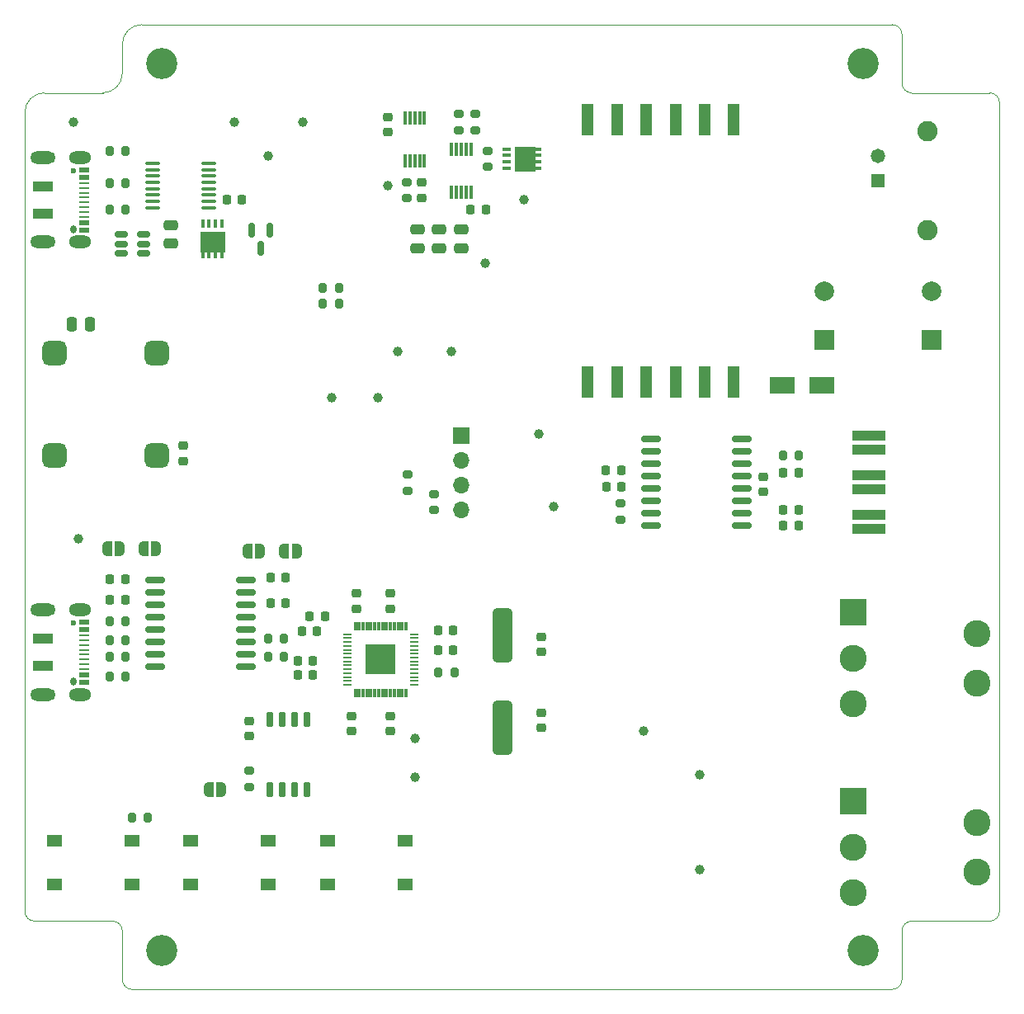
<source format=gbr>
%TF.GenerationSoftware,KiCad,Pcbnew,(6.0.4)*%
%TF.CreationDate,2023-03-28T21:24:44-04:00*%
%TF.ProjectId,PD_HV,50445f48-562e-46b6-9963-61645f706362,rev?*%
%TF.SameCoordinates,Original*%
%TF.FileFunction,Soldermask,Top*%
%TF.FilePolarity,Negative*%
%FSLAX46Y46*%
G04 Gerber Fmt 4.6, Leading zero omitted, Abs format (unit mm)*
G04 Created by KiCad (PCBNEW (6.0.4)) date 2023-03-28 21:24:44*
%MOMM*%
%LPD*%
G01*
G04 APERTURE LIST*
G04 Aperture macros list*
%AMRoundRect*
0 Rectangle with rounded corners*
0 $1 Rounding radius*
0 $2 $3 $4 $5 $6 $7 $8 $9 X,Y pos of 4 corners*
0 Add a 4 corners polygon primitive as box body*
4,1,4,$2,$3,$4,$5,$6,$7,$8,$9,$2,$3,0*
0 Add four circle primitives for the rounded corners*
1,1,$1+$1,$2,$3*
1,1,$1+$1,$4,$5*
1,1,$1+$1,$6,$7*
1,1,$1+$1,$8,$9*
0 Add four rect primitives between the rounded corners*
20,1,$1+$1,$2,$3,$4,$5,0*
20,1,$1+$1,$4,$5,$6,$7,0*
20,1,$1+$1,$6,$7,$8,$9,0*
20,1,$1+$1,$8,$9,$2,$3,0*%
%AMFreePoly0*
4,1,22,0.500000,-0.750000,0.000000,-0.750000,0.000000,-0.745033,-0.079941,-0.743568,-0.215256,-0.701293,-0.333266,-0.622738,-0.424486,-0.514219,-0.481581,-0.384460,-0.499164,-0.250000,-0.500000,-0.250000,-0.500000,0.250000,-0.499164,0.250000,-0.499963,0.256109,-0.478152,0.396186,-0.417904,0.524511,-0.324060,0.630769,-0.204165,0.706417,-0.067858,0.745374,0.000000,0.744959,0.000000,0.750000,
0.500000,0.750000,0.500000,-0.750000,0.500000,-0.750000,$1*%
%AMFreePoly1*
4,1,20,0.000000,0.744959,0.073905,0.744508,0.209726,0.703889,0.328688,0.626782,0.421226,0.519385,0.479903,0.390333,0.500000,0.250000,0.500000,-0.250000,0.499851,-0.262216,0.476331,-0.402017,0.414519,-0.529596,0.319384,-0.634700,0.198574,-0.708877,0.061801,-0.746166,0.000000,-0.745033,0.000000,-0.750000,-0.500000,-0.750000,-0.500000,0.750000,0.000000,0.750000,0.000000,0.744959,
0.000000,0.744959,$1*%
G04 Aperture macros list end*
%TA.AperFunction,Profile*%
%ADD10C,0.100000*%
%TD*%
%ADD11C,0.100000*%
%ADD12RoundRect,0.200000X0.275000X-0.200000X0.275000X0.200000X-0.275000X0.200000X-0.275000X-0.200000X0*%
%ADD13C,1.000000*%
%ADD14R,1.700000X1.700000*%
%ADD15O,1.700000X1.700000*%
%ADD16RoundRect,0.200000X-0.275000X0.200000X-0.275000X-0.200000X0.275000X-0.200000X0.275000X0.200000X0*%
%ADD17RoundRect,0.225000X0.225000X0.250000X-0.225000X0.250000X-0.225000X-0.250000X0.225000X-0.250000X0*%
%ADD18R,3.420000X1.060000*%
%ADD19RoundRect,0.225000X-0.250000X0.225000X-0.250000X-0.225000X0.250000X-0.225000X0.250000X0.225000X0*%
%ADD20RoundRect,0.200000X-0.200000X-0.275000X0.200000X-0.275000X0.200000X0.275000X-0.200000X0.275000X0*%
%ADD21RoundRect,0.150000X-0.150000X0.587500X-0.150000X-0.587500X0.150000X-0.587500X0.150000X0.587500X0*%
%ADD22RoundRect,0.150000X0.150000X-0.650000X0.150000X0.650000X-0.150000X0.650000X-0.150000X-0.650000X0*%
%ADD23RoundRect,0.200000X0.200000X0.275000X-0.200000X0.275000X-0.200000X-0.275000X0.200000X-0.275000X0*%
%ADD24RoundRect,0.225000X0.250000X-0.225000X0.250000X0.225000X-0.250000X0.225000X-0.250000X-0.225000X0*%
%ADD25FreePoly0,0.000000*%
%ADD26FreePoly1,0.000000*%
%ADD27R,0.812800X0.304800*%
%ADD28RoundRect,0.150000X-0.875000X-0.150000X0.875000X-0.150000X0.875000X0.150000X-0.875000X0.150000X0*%
%ADD29R,1.550000X1.300000*%
%ADD30RoundRect,0.225000X-0.225000X-0.250000X0.225000X-0.250000X0.225000X0.250000X-0.225000X0.250000X0*%
%ADD31C,3.200000*%
%ADD32RoundRect,0.250000X-0.475000X0.250000X-0.475000X-0.250000X0.475000X-0.250000X0.475000X0.250000X0*%
%ADD33R,2.000000X2.000000*%
%ADD34C,2.000000*%
%ADD35RoundRect,0.006000X0.094000X-0.414000X0.094000X0.414000X-0.094000X0.414000X-0.094000X-0.414000X0*%
%ADD36RoundRect,0.020000X0.400000X-0.080000X0.400000X0.080000X-0.400000X0.080000X-0.400000X-0.080000X0*%
%ADD37R,3.100000X3.100000*%
%ADD38RoundRect,0.150000X-0.512500X-0.150000X0.512500X-0.150000X0.512500X0.150000X-0.512500X0.150000X0*%
%ADD39R,0.300000X1.400000*%
%ADD40RoundRect,0.150000X0.875000X0.150000X-0.875000X0.150000X-0.875000X-0.150000X0.875000X-0.150000X0*%
%ADD41R,2.775000X2.775000*%
%ADD42C,2.775000*%
%ADD43RoundRect,0.250000X-0.250000X-0.475000X0.250000X-0.475000X0.250000X0.475000X-0.250000X0.475000X0*%
%ADD44C,2.090000*%
%ADD45R,1.478000X1.478000*%
%ADD46C,1.478000*%
%ADD47R,0.304800X0.812800*%
%ADD48R,1.270000X3.300000*%
%ADD49R,2.000000X1.000000*%
%ADD50O,0.600000X0.850000*%
%ADD51C,0.600000*%
%ADD52R,1.000000X0.520000*%
%ADD53R,1.000000X0.270000*%
%ADD54O,2.600000X1.300000*%
%ADD55O,2.300000X1.300000*%
%ADD56R,2.500000X1.800000*%
%ADD57RoundRect,0.625000X-0.625000X-0.625000X0.625000X-0.625000X0.625000X0.625000X-0.625000X0.625000X0*%
%ADD58RoundRect,0.100000X0.637500X0.100000X-0.637500X0.100000X-0.637500X-0.100000X0.637500X-0.100000X0*%
%ADD59RoundRect,0.525000X0.525000X-2.275000X0.525000X2.275000X-0.525000X2.275000X-0.525000X-2.275000X0*%
G04 APERTURE END LIST*
D10*
X75000000Y-129000000D02*
X83000000Y-129000000D01*
X84000000Y-135000000D02*
G75*
G03*
X85000000Y-136000000I1000000J0D01*
G01*
X165000000Y-129000000D02*
G75*
G03*
X164000000Y-130000000I0J-1000000D01*
G01*
X164000000Y-43000000D02*
X164000000Y-38000000D01*
X76000000Y-44000000D02*
G75*
G03*
X74000000Y-46000000I0J-2000000D01*
G01*
X164000000Y-135000000D02*
X164000000Y-130000000D01*
X82000000Y-44000000D02*
G75*
G03*
X84000000Y-42000000I0J2000000D01*
G01*
X84000000Y-130000000D02*
G75*
G03*
X83000000Y-129000000I-1000000J0D01*
G01*
X164000000Y-43000000D02*
G75*
G03*
X165000000Y-44000000I1000000J0D01*
G01*
X163000000Y-37000000D02*
X86000000Y-37000000D01*
X84000000Y-130000000D02*
X84000000Y-135000000D01*
X173000000Y-44000000D02*
X165000000Y-44000000D01*
X86000000Y-37000000D02*
G75*
G03*
X84000000Y-39000000I0J-2000000D01*
G01*
X163000000Y-136000000D02*
G75*
G03*
X164000000Y-135000000I0J1000000D01*
G01*
X173000000Y-129000000D02*
G75*
G03*
X174000000Y-128000000I0J1000000D01*
G01*
X174000000Y-128000000D02*
X174000000Y-45000000D01*
X84000000Y-39000000D02*
X84000000Y-42000000D01*
X85000000Y-136000000D02*
X163000000Y-136000000D01*
X82000000Y-44000000D02*
X76000000Y-44000000D01*
X74000000Y-128000000D02*
G75*
G03*
X75000000Y-129000000I1000000J0D01*
G01*
X174000000Y-45000000D02*
G75*
G03*
X173000000Y-44000000I-1000000J0D01*
G01*
X74000000Y-46000000D02*
X74000000Y-128000000D01*
X165000000Y-129000000D02*
X173000000Y-129000000D01*
X164000000Y-38000000D02*
G75*
G03*
X163000000Y-37000000I-1000000J0D01*
G01*
%TO.C,Q1*%
G36*
X126320800Y-51969200D02*
G01*
X124263400Y-51969200D01*
X124263400Y-49530800D01*
X126320800Y-49530800D01*
X126320800Y-51969200D01*
G37*
D11*
X126320800Y-51969200D02*
X124263400Y-51969200D01*
X124263400Y-49530800D01*
X126320800Y-49530800D01*
X126320800Y-51969200D01*
%TO.C,Q2*%
G36*
X94444200Y-60320800D02*
G01*
X92005800Y-60320800D01*
X92005800Y-58263400D01*
X94444200Y-58263400D01*
X94444200Y-60320800D01*
G37*
X94444200Y-60320800D02*
X92005800Y-60320800D01*
X92005800Y-58263400D01*
X94444200Y-58263400D01*
X94444200Y-60320800D01*
%TD*%
D12*
%TO.C,R25*%
X113250000Y-84825000D03*
X113250000Y-83175000D03*
%TD*%
%TO.C,R24*%
X116000000Y-86825000D03*
X116000000Y-85175000D03*
%TD*%
D13*
%TO.C,TP_VTRANS1*%
X121250000Y-61500000D03*
%TD*%
%TO.C,TP_VBUS_USB1*%
X79500000Y-89750000D03*
%TD*%
%TO.C,TP_VBUS1*%
X79000000Y-47000000D03*
%TD*%
%TO.C,TP_SDA1*%
X117750000Y-70500000D03*
%TD*%
%TO.C,TP_SCL1*%
X112250000Y-70500000D03*
%TD*%
%TO.C,TP_RBG1*%
X111250000Y-53500000D03*
%TD*%
%TO.C,TP_ONOFF1*%
X143250000Y-123750000D03*
%TD*%
%TO.C,TP_nDONE1*%
X110250000Y-75250000D03*
%TD*%
%TO.C,TP_MOSD1*%
X125250000Y-55000000D03*
%TD*%
%TO.C,TP_INC1*%
X143250000Y-114000000D03*
%TD*%
%TO.C,TP_GND2*%
X99000000Y-50500000D03*
%TD*%
%TO.C,TP_GND1*%
X114000000Y-114250000D03*
%TD*%
%TO.C,TP_DOUT1*%
X126750000Y-79000000D03*
%TD*%
%TO.C,TP_DIAG1*%
X128250000Y-86500000D03*
%TD*%
%TO.C,TP_DEC1*%
X137500000Y-109500000D03*
%TD*%
%TO.C,TP_CHARGE1*%
X105500000Y-75250000D03*
%TD*%
%TO.C,TP_20VPD1*%
X95500000Y-47000000D03*
%TD*%
%TO.C,TP_3V3_MIC1*%
X114000000Y-110250000D03*
%TD*%
%TO.C,TP_3V3*%
X102500000Y-47000000D03*
%TD*%
D14*
%TO.C,J4*%
X118750000Y-79200000D03*
D15*
X118750000Y-81740000D03*
X118750000Y-84280000D03*
X118750000Y-86820000D03*
%TD*%
D16*
%TO.C,R12*%
X113150000Y-53175000D03*
X113150000Y-54825000D03*
%TD*%
D17*
%TO.C,C30*%
X84275000Y-93900000D03*
X82725000Y-93900000D03*
%TD*%
D18*
%TO.C,R22*%
X160600000Y-84668000D03*
X160600000Y-83212000D03*
%TD*%
D17*
%TO.C,C22*%
X103525000Y-103750000D03*
X101975000Y-103750000D03*
%TD*%
D19*
%TO.C,C12*%
X107500000Y-107975000D03*
X107500000Y-109525000D03*
%TD*%
D20*
%TO.C,R20*%
X151775000Y-81200000D03*
X153425000Y-81200000D03*
%TD*%
D21*
%TO.C,Q3*%
X99175000Y-58062500D03*
X97275000Y-58062500D03*
X98225000Y-59937500D03*
%TD*%
D17*
%TO.C,C18*%
X104775000Y-97750000D03*
X103225000Y-97750000D03*
%TD*%
D20*
%TO.C,R17*%
X84975000Y-118400000D03*
X86625000Y-118400000D03*
%TD*%
%TO.C,R4*%
X82675000Y-100215000D03*
X84325000Y-100215000D03*
%TD*%
D22*
%TO.C,U6*%
X99095000Y-115500000D03*
X100365000Y-115500000D03*
X101635000Y-115500000D03*
X102905000Y-115500000D03*
X102905000Y-108300000D03*
X101635000Y-108300000D03*
X100365000Y-108300000D03*
X99095000Y-108300000D03*
%TD*%
D23*
%TO.C,R16*%
X118075000Y-103500000D03*
X116425000Y-103500000D03*
%TD*%
D24*
%TO.C,C15*%
X108000000Y-96925000D03*
X108000000Y-95375000D03*
%TD*%
D25*
%TO.C,JP5*%
X92850000Y-115500000D03*
D26*
X94150000Y-115500000D03*
%TD*%
D27*
%TO.C,Q1*%
X123450600Y-49775001D03*
X123450600Y-50424999D03*
X123450600Y-51075001D03*
X123450600Y-51724999D03*
X126549400Y-51724999D03*
X126549400Y-51075001D03*
X126549400Y-50424999D03*
X126549400Y-49775001D03*
%TD*%
D17*
%TO.C,C23*%
X103975000Y-99250000D03*
X102425000Y-99250000D03*
%TD*%
D28*
%TO.C,U1*%
X87350000Y-93955000D03*
X87350000Y-95225000D03*
X87350000Y-96495000D03*
X87350000Y-97765000D03*
X87350000Y-99035000D03*
X87350000Y-100305000D03*
X87350000Y-101575000D03*
X87350000Y-102845000D03*
X96650000Y-102845000D03*
X96650000Y-101575000D03*
X96650000Y-100305000D03*
X96650000Y-99035000D03*
X96650000Y-97765000D03*
X96650000Y-96495000D03*
X96650000Y-95225000D03*
X96650000Y-93955000D03*
%TD*%
D29*
%TO.C,SW2*%
X84980000Y-120750000D03*
X77020000Y-120750000D03*
X77020000Y-125250000D03*
X84980000Y-125250000D03*
%TD*%
D30*
%TO.C,C16*%
X99225000Y-93750000D03*
X100775000Y-93750000D03*
%TD*%
D19*
%TO.C,C19*%
X111500000Y-107975000D03*
X111500000Y-109525000D03*
%TD*%
D31*
%TO.C,H4*%
X88000000Y-132000000D03*
%TD*%
D32*
%TO.C,C3*%
X116500000Y-58050000D03*
X116500000Y-59950000D03*
%TD*%
D33*
%TO.C,C6*%
X156000000Y-69367677D03*
D34*
X156000000Y-64367677D03*
%TD*%
D25*
%TO.C,JP4*%
X96850000Y-91000000D03*
D26*
X98150000Y-91000000D03*
%TD*%
D30*
%TO.C,C1*%
X119725000Y-56000000D03*
X121275000Y-56000000D03*
%TD*%
D19*
%TO.C,C34*%
X111250000Y-46475000D03*
X111250000Y-48025000D03*
%TD*%
D12*
%TO.C,R14*%
X120250000Y-47825000D03*
X120250000Y-46175000D03*
%TD*%
D35*
%TO.C,U5*%
X107900000Y-105585000D03*
X108300000Y-105585000D03*
X108700000Y-105585000D03*
X109100000Y-105585000D03*
X109500000Y-105585000D03*
X109900000Y-105585000D03*
X110300000Y-105585000D03*
X110700000Y-105585000D03*
X111100000Y-105585000D03*
X111500000Y-105585000D03*
X111900000Y-105585000D03*
X112300000Y-105585000D03*
X112700000Y-105585000D03*
X113100000Y-105585000D03*
D36*
X113935000Y-104750000D03*
X113935000Y-104350000D03*
X113935000Y-103950000D03*
X113935000Y-103550000D03*
X113935000Y-103150000D03*
X113935000Y-102750000D03*
X113935000Y-102350000D03*
X113935000Y-101950000D03*
X113935000Y-101550000D03*
X113935000Y-101150000D03*
X113935000Y-100750000D03*
X113935000Y-100350000D03*
X113935000Y-99950000D03*
X113935000Y-99550000D03*
D35*
X113100000Y-98715000D03*
X112700000Y-98715000D03*
X112300000Y-98715000D03*
X111900000Y-98715000D03*
X111500000Y-98715000D03*
X111100000Y-98715000D03*
X110700000Y-98715000D03*
X110300000Y-98715000D03*
X109900000Y-98715000D03*
X109500000Y-98715000D03*
X109100000Y-98715000D03*
X108700000Y-98715000D03*
X108300000Y-98715000D03*
X107900000Y-98715000D03*
D36*
X107065000Y-99550000D03*
X107065000Y-99950000D03*
X107065000Y-100350000D03*
X107065000Y-100750000D03*
X107065000Y-101150000D03*
X107065000Y-101550000D03*
X107065000Y-101950000D03*
X107065000Y-102350000D03*
X107065000Y-102750000D03*
X107065000Y-103150000D03*
X107065000Y-103550000D03*
X107065000Y-103950000D03*
X107065000Y-104350000D03*
X107065000Y-104750000D03*
D37*
X110500000Y-102150000D03*
%TD*%
D20*
%TO.C,R8*%
X82675000Y-53262500D03*
X84325000Y-53262500D03*
%TD*%
D38*
%TO.C,D1*%
X83862500Y-58550000D03*
X83862500Y-59500000D03*
X83862500Y-60450000D03*
X86137500Y-60450000D03*
X86137500Y-59500000D03*
X86137500Y-58550000D03*
%TD*%
D17*
%TO.C,C20*%
X103525000Y-102250000D03*
X101975000Y-102250000D03*
%TD*%
D20*
%TO.C,R2*%
X82675000Y-98250000D03*
X84325000Y-98250000D03*
%TD*%
D39*
%TO.C,U2*%
X117775000Y-54200000D03*
X118275000Y-54200000D03*
X118775000Y-54200000D03*
X119275000Y-54200000D03*
X119775000Y-54200000D03*
X119775000Y-49800000D03*
X119275000Y-49800000D03*
X118775000Y-49800000D03*
X118275000Y-49800000D03*
X117775000Y-49800000D03*
%TD*%
D33*
%TO.C,C35*%
X167000000Y-69367677D03*
D34*
X167000000Y-64367677D03*
%TD*%
D24*
%TO.C,C27*%
X149800000Y-84975000D03*
X149800000Y-83425000D03*
%TD*%
D40*
%TO.C,U7*%
X147550000Y-88395000D03*
X147550000Y-87125000D03*
X147550000Y-85855000D03*
X147550000Y-84585000D03*
X147550000Y-83315000D03*
X147550000Y-82045000D03*
X147550000Y-80775000D03*
X147550000Y-79505000D03*
X138250000Y-79505000D03*
X138250000Y-80775000D03*
X138250000Y-82045000D03*
X138250000Y-83315000D03*
X138250000Y-84585000D03*
X138250000Y-85855000D03*
X138250000Y-87125000D03*
X138250000Y-88395000D03*
%TD*%
D20*
%TO.C,R1*%
X82675000Y-103900000D03*
X84325000Y-103900000D03*
%TD*%
D30*
%TO.C,C21*%
X116365000Y-99150000D03*
X117915000Y-99150000D03*
%TD*%
D41*
%TO.C,SW5*%
X159000000Y-116720000D03*
D42*
X159000000Y-121420000D03*
X159000000Y-126120000D03*
X171700000Y-118880000D03*
X171700000Y-123960000D03*
%TD*%
D30*
%TO.C,C32*%
X151825000Y-86800000D03*
X153375000Y-86800000D03*
%TD*%
D20*
%TO.C,R9*%
X82675000Y-56000000D03*
X84325000Y-56000000D03*
%TD*%
%TO.C,R5*%
X98925000Y-101900000D03*
X100575000Y-101900000D03*
%TD*%
D30*
%TO.C,C31*%
X99225000Y-96400000D03*
X100775000Y-96400000D03*
%TD*%
D43*
%TO.C,C9*%
X78800000Y-67750000D03*
X80700000Y-67750000D03*
%TD*%
D24*
%TO.C,C11*%
X127000000Y-109175000D03*
X127000000Y-107625000D03*
%TD*%
D44*
%TO.C,J3*%
X166600000Y-47920000D03*
X166600000Y-58080000D03*
D45*
X161520000Y-53000000D03*
D46*
X161520000Y-50460000D03*
%TD*%
D20*
%TO.C,R6*%
X98925000Y-100000000D03*
X100575000Y-100000000D03*
%TD*%
D29*
%TO.C,SW3*%
X91020000Y-120750000D03*
X98980000Y-120750000D03*
X91020000Y-125250000D03*
X98980000Y-125250000D03*
%TD*%
D47*
%TO.C,Q2*%
X94199999Y-57450600D03*
X93550001Y-57450600D03*
X92899999Y-57450600D03*
X92250001Y-57450600D03*
X92250001Y-60549400D03*
X92899999Y-60549400D03*
X93550001Y-60549400D03*
X94199999Y-60549400D03*
%TD*%
D48*
%TO.C,L1*%
X146750000Y-46790000D03*
X143750000Y-46790000D03*
X140750000Y-46790000D03*
X137750000Y-46790000D03*
X134750000Y-46790000D03*
X131750000Y-46790000D03*
X131750000Y-73710000D03*
X134750000Y-73710000D03*
X137750000Y-73710000D03*
X140750000Y-73710000D03*
X143750000Y-73710000D03*
X146750000Y-73710000D03*
%TD*%
D19*
%TO.C,C2*%
X114750000Y-53225000D03*
X114750000Y-54775000D03*
%TD*%
D25*
%TO.C,JP3*%
X100600000Y-91000000D03*
D26*
X101900000Y-91000000D03*
%TD*%
D16*
%TO.C,R15*%
X121500000Y-49925000D03*
X121500000Y-51575000D03*
%TD*%
D49*
%TO.C,J1*%
X75850000Y-53600000D03*
D50*
X78950000Y-58000000D03*
D49*
X75850000Y-56400000D03*
D51*
X78950000Y-52000000D03*
D52*
X80050000Y-51900000D03*
X80050000Y-52650000D03*
D53*
X80050000Y-53250000D03*
X80050000Y-54750000D03*
X80050000Y-55750000D03*
X80050000Y-56750000D03*
D52*
X80050000Y-57350000D03*
X80050000Y-58100000D03*
X80050000Y-58100000D03*
X80050000Y-57350000D03*
D53*
X80050000Y-56250000D03*
X80050000Y-55250000D03*
X80050000Y-54250000D03*
X80050000Y-53750000D03*
D52*
X80050000Y-52650000D03*
X80050000Y-51900000D03*
D54*
X75850000Y-50680000D03*
D55*
X79675000Y-59320000D03*
D54*
X75850000Y-59320000D03*
D55*
X79675000Y-50680000D03*
%TD*%
D23*
%TO.C,R11*%
X106225000Y-65600000D03*
X104575000Y-65600000D03*
%TD*%
D30*
%TO.C,C29*%
X133650000Y-84450000D03*
X135200000Y-84450000D03*
%TD*%
D31*
%TO.C,H1*%
X88000000Y-41000000D03*
%TD*%
D20*
%TO.C,R3*%
X82675000Y-101900000D03*
X84325000Y-101900000D03*
%TD*%
D29*
%TO.C,SW1*%
X112980000Y-120750000D03*
X105020000Y-120750000D03*
X105020000Y-125250000D03*
X112980000Y-125250000D03*
%TD*%
D17*
%TO.C,C33*%
X84275000Y-96000000D03*
X82725000Y-96000000D03*
%TD*%
D25*
%TO.C,JP2*%
X82450000Y-90750000D03*
D26*
X83750000Y-90750000D03*
%TD*%
D19*
%TO.C,C24*%
X97000000Y-108475000D03*
X97000000Y-110025000D03*
%TD*%
D56*
%TO.C,D2*%
X155750000Y-74000000D03*
X151750000Y-74000000D03*
%TD*%
D30*
%TO.C,C25*%
X151825000Y-82950000D03*
X153375000Y-82950000D03*
%TD*%
D16*
%TO.C,R18*%
X97000000Y-113575000D03*
X97000000Y-115225000D03*
%TD*%
D30*
%TO.C,C7*%
X94725000Y-55000000D03*
X96275000Y-55000000D03*
%TD*%
D18*
%TO.C,R19*%
X160600000Y-88728000D03*
X160600000Y-87272000D03*
%TD*%
D30*
%TO.C,C17*%
X116365000Y-101150000D03*
X117915000Y-101150000D03*
%TD*%
D57*
%TO.C,MOD1*%
X77000000Y-70750000D03*
X77000000Y-81250000D03*
X87500000Y-81250000D03*
X87500000Y-70750000D03*
%TD*%
D32*
%TO.C,C8*%
X89000000Y-57550000D03*
X89000000Y-59450000D03*
%TD*%
D20*
%TO.C,R7*%
X104575000Y-64000000D03*
X106225000Y-64000000D03*
%TD*%
D39*
%TO.C,U4*%
X115000000Y-46550000D03*
X114500000Y-46550000D03*
X114000000Y-46550000D03*
X113500000Y-46550000D03*
X113000000Y-46550000D03*
X113000000Y-50950000D03*
X113500000Y-50950000D03*
X114000000Y-50950000D03*
X114500000Y-50950000D03*
X115000000Y-50950000D03*
%TD*%
D12*
%TO.C,R13*%
X118500000Y-47825000D03*
X118500000Y-46175000D03*
%TD*%
D32*
%TO.C,C5*%
X118750000Y-58050000D03*
X118750000Y-59950000D03*
%TD*%
D24*
%TO.C,C10*%
X90250000Y-81775000D03*
X90250000Y-80225000D03*
%TD*%
D12*
%TO.C,R21*%
X135150000Y-87775000D03*
X135150000Y-86125000D03*
%TD*%
D19*
%TO.C,C14*%
X127000000Y-99825000D03*
X127000000Y-101375000D03*
%TD*%
D58*
%TO.C,U3*%
X92862500Y-55775000D03*
X92862500Y-55125000D03*
X92862500Y-54475000D03*
X92862500Y-53825000D03*
X92862500Y-53175000D03*
X92862500Y-52525000D03*
X92862500Y-51875000D03*
X92862500Y-51225000D03*
X87137500Y-51225000D03*
X87137500Y-51875000D03*
X87137500Y-52525000D03*
X87137500Y-53175000D03*
X87137500Y-53825000D03*
X87137500Y-54475000D03*
X87137500Y-55125000D03*
X87137500Y-55775000D03*
%TD*%
D50*
%TO.C,J2*%
X78950000Y-104400000D03*
D49*
X75850000Y-102800000D03*
D51*
X78950000Y-98400000D03*
D49*
X75850000Y-100000000D03*
D52*
X80050000Y-98300000D03*
X80050000Y-99050000D03*
D53*
X80050000Y-99650000D03*
X80050000Y-101150000D03*
X80050000Y-102150000D03*
X80050000Y-103150000D03*
D52*
X80050000Y-103750000D03*
X80050000Y-104500000D03*
X80050000Y-104500000D03*
X80050000Y-103750000D03*
D53*
X80050000Y-102650000D03*
X80050000Y-101650000D03*
X80050000Y-100650000D03*
X80050000Y-100150000D03*
D52*
X80050000Y-99050000D03*
X80050000Y-98300000D03*
D55*
X79675000Y-105720000D03*
D54*
X75850000Y-97080000D03*
D55*
X79675000Y-97080000D03*
D54*
X75850000Y-105720000D03*
%TD*%
D31*
%TO.C,H2*%
X160000000Y-41000000D03*
%TD*%
D18*
%TO.C,R23*%
X160600000Y-80608000D03*
X160600000Y-79152000D03*
%TD*%
D41*
%TO.C,SW4*%
X159000000Y-97300000D03*
D42*
X159000000Y-102000000D03*
X159000000Y-106700000D03*
X171700000Y-99460000D03*
X171700000Y-104540000D03*
%TD*%
D59*
%TO.C,Y1*%
X123000000Y-109150000D03*
X123000000Y-99650000D03*
%TD*%
D17*
%TO.C,C26*%
X153375000Y-88400000D03*
X151825000Y-88400000D03*
%TD*%
D25*
%TO.C,JP1*%
X86180000Y-90750000D03*
D26*
X87480000Y-90750000D03*
%TD*%
D32*
%TO.C,C4*%
X114250000Y-58050000D03*
X114250000Y-59950000D03*
%TD*%
D30*
%TO.C,C28*%
X133625000Y-82700000D03*
X135175000Y-82700000D03*
%TD*%
D24*
%TO.C,C13*%
X111500000Y-96925000D03*
X111500000Y-95375000D03*
%TD*%
D20*
%TO.C,R10*%
X82675000Y-50000000D03*
X84325000Y-50000000D03*
%TD*%
D31*
%TO.C,H3*%
X160000000Y-132000000D03*
%TD*%
M02*

</source>
